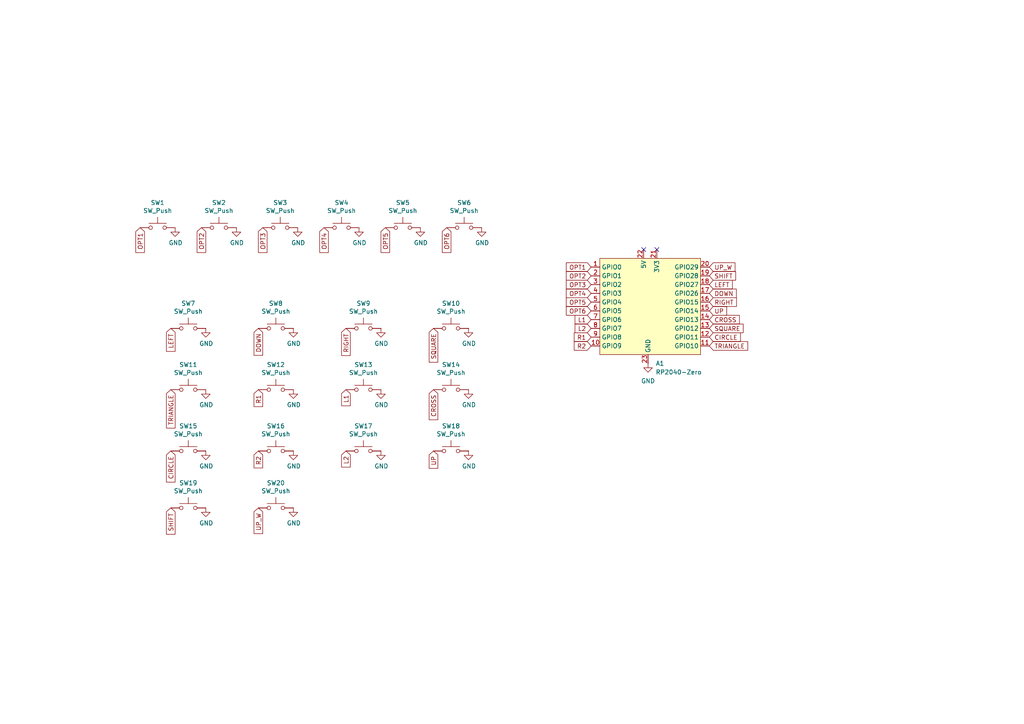
<source format=kicad_sch>
(kicad_sch (version 20231120) (generator "eeschema") (generator_version "8.0")
  (paper "A4")
  (lib_symbols
    (symbol "RP2040-Zero:RP2040-Zero"
      (property "Reference" "A" (at 0 1.27 0))
      (property "Value" "RP2040-Zero" (at 0 -1.27 0))
      (symbol "RP2040-Zero_0_1"
        (rectangle (start -13.97 12.7) (end 15.24 -15.24) (fill (type background)))
      )
      (symbol "RP2040-Zero_1_1"
        (pin bidirectional line (at -16.51 10.16 0) (length 2.54) (name "GPIO0") (number "1"))
        (pin bidirectional line (at -16.51 -12.7 0) (length 2.54) (name "GPIO9") (number "10"))
        (pin bidirectional line (at 17.78 -12.7 180) (length 2.54) (name "GPIO10") (number "11"))
        (pin bidirectional line (at 17.78 -10.16 180) (length 2.54) (name "GPIO11") (number "12"))
        (pin bidirectional line (at 17.78 -7.62 180) (length 2.54) (name "GPIO12") (number "13"))
        (pin bidirectional line (at 17.78 -5.08 180) (length 2.54) (name "GPIO13") (number "14"))
        (pin bidirectional line (at 17.78 -2.54 180) (length 2.54) (name "GPIO14") (number "15"))
        (pin bidirectional line (at 17.78 0 180) (length 2.54) (name "GPIO15") (number "16"))
        (pin bidirectional line (at 17.78 2.54 180) (length 2.54) (name "GPIO26") (number "17"))
        (pin bidirectional line (at 17.78 5.08 180) (length 2.54) (name "GPIO27") (number "18"))
        (pin bidirectional line (at 17.78 7.62 180) (length 2.54) (name "GPIO28") (number "19"))
        (pin bidirectional line (at -16.51 7.62 0) (length 2.54) (name "GPIO1") (number "2"))
        (pin bidirectional line (at 17.78 10.16 180) (length 2.54) (name "GPIO29") (number "20"))
        (pin power_out line (at 2.54 15.24 270) (length 2.54) (name "3V3") (number "21"))
        (pin power_in line (at -1.27 15.24 270) (length 2.54) (name "5V") (number "22"))
        (pin power_in line (at 0 -17.78 90) (length 2.54) (name "GND") (number "23"))
        (pin bidirectional line (at -16.51 5.08 0) (length 2.54) (name "GPIO2") (number "3"))
        (pin bidirectional line (at -16.51 2.54 0) (length 2.54) (name "GPIO3") (number "4"))
        (pin bidirectional line (at -16.51 0 0) (length 2.54) (name "GPIO4") (number "5"))
        (pin bidirectional line (at -16.51 -2.54 0) (length 2.54) (name "GPIO5") (number "6"))
        (pin bidirectional line (at -16.51 -5.08 0) (length 2.54) (name "GPIO6") (number "7"))
        (pin bidirectional line (at -16.51 -7.62 0) (length 2.54) (name "GPIO7") (number "8"))
        (pin bidirectional line (at -16.51 -10.16 0) (length 2.54) (name "GPIO8") (number "9"))
      )
    )
    (symbol "Switch:SW_Push" (pin_numbers hide) (pin_names (offset 1.016) hide)
      (property "Reference" "SW" (at 1.27 2.54 0))
      (property "Value" "SW_Push" (at 0 -1.524 0))
      (symbol "SW_Push_0_1"
        (circle (center -2.032 0) (radius 0.508))
        (polyline (pts (xy 0 1.27) (xy 0 3.048)))
        (polyline (pts (xy 2.54 1.27) (xy -2.54 1.27)))
        (circle (center 2.032 0) (radius 0.508))
        (pin passive line (at -5.08 0 0) (length 2.54) (name "1") (number "1"))
        (pin passive line (at 5.08 0 180) (length 2.54) (name "2") (number "2"))
      )
    )
    (symbol "power:GND" (power) (pin_numbers hide) (pin_names (offset 0) hide)
      (property "Value" "GND" (at 0 -3.81 0))
      (symbol "GND_0_1"
        (polyline (pts (xy 0 0) (xy 0 -1.27) (xy 1.27 -1.27) (xy 0 -2.54) (xy -1.27 -1.27) (xy 0 -1.27)))
      )
      (symbol "GND_1_1"
        (pin power_in line (at 0 0 270) (length 0) (name "~") (number "1"))
      )
    )
  )
  (no_connect (at 186.69 72.39))
  (no_connect (at 190.5 72.39))
  (global_label "UP" (shape input) (at 125.73 130.81 270) (property "Intersheetrefs" "${INTERSHEET_REFS}" (effects (hide yes))))
  (global_label "CIRCLE" (shape input) (at 49.53 130.81 270) (property "Intersheetrefs" "${INTERSHEET_REFS}" (effects (hide yes))))
  (global_label "LEFT" (shape input) (at 49.53 95.25 270) (property "Intersheetrefs" "${INTERSHEET_REFS}" (effects (hide yes))))
  (global_label "L1" (shape input) (at 100.33 113.03 270) (property "Intersheetrefs" "${INTERSHEET_REFS}" (effects (hide yes))))
  (global_label "OPT2" (shape input) (at 58.42 66.04 270) (property "Intersheetrefs" "${INTERSHEET_REFS}" (effects (hide yes))))
  (global_label "R2" (shape input) (at 171.45 100.33 180) (property "Intersheetrefs" "${INTERSHEET_REFS}" (effects (hide yes))))
  (global_label "LEFT" (shape input) (at 205.74 82.55 0) (property "Intersheetrefs" "${INTERSHEET_REFS}" (effects (hide yes))))
  (global_label "UP_W" (shape input) (at 205.74 77.47 0) (property "Intersheetrefs" "${INTERSHEET_REFS}" (effects (hide yes))))
  (global_label "L2" (shape input) (at 171.45 95.25 180) (property "Intersheetrefs" "${INTERSHEET_REFS}" (effects (hide yes))))
  (global_label "R2" (shape input) (at 74.93 130.81 270) (property "Intersheetrefs" "${INTERSHEET_REFS}" (effects (hide yes))))
  (global_label "OPT1" (shape input) (at 171.45 77.47 180) (property "Intersheetrefs" "${INTERSHEET_REFS}" (effects (hide yes))))
  (global_label "OPT5" (shape input) (at 171.45 87.63 180) (property "Intersheetrefs" "${INTERSHEET_REFS}" (effects (hide yes))))
  (global_label "DOWN" (shape input) (at 205.74 85.09 0) (property "Intersheetrefs" "${INTERSHEET_REFS}" (effects (hide yes))))
  (global_label "OPT5" (shape input) (at 111.76 66.04 270) (property "Intersheetrefs" "${INTERSHEET_REFS}" (effects (hide yes))))
  (global_label "RIGHT" (shape input) (at 100.33 95.25 270) (property "Intersheetrefs" "${INTERSHEET_REFS}" (effects (hide yes))))
  (global_label "CROSS" (shape input) (at 205.74 92.71 0) (property "Intersheetrefs" "${INTERSHEET_REFS}" (effects (hide yes))))
  (global_label "TRIANGLE" (shape input) (at 49.53 113.03 270) (property "Intersheetrefs" "${INTERSHEET_REFS}" (effects (hide yes))))
  (global_label "OPT4" (shape input) (at 171.45 85.09 180) (property "Intersheetrefs" "${INTERSHEET_REFS}" (effects (hide yes))))
  (global_label "SHIFT" (shape input) (at 205.74 80.01 0) (property "Intersheetrefs" "${INTERSHEET_REFS}" (effects (hide yes))))
  (global_label "OPT1" (shape input) (at 40.64 66.04 270) (property "Intersheetrefs" "${INTERSHEET_REFS}" (effects (hide yes))))
  (global_label "OPT3" (shape input) (at 76.2 66.04 270) (property "Intersheetrefs" "${INTERSHEET_REFS}" (effects (hide yes))))
  (global_label "SQUARE" (shape input) (at 205.74 95.25 0) (property "Intersheetrefs" "${INTERSHEET_REFS}" (effects (hide yes))))
  (global_label "RIGHT" (shape input) (at 205.74 87.63 0) (property "Intersheetrefs" "${INTERSHEET_REFS}" (effects (hide yes))))
  (global_label "TRIANGLE" (shape input) (at 205.74 100.33 0) (property "Intersheetrefs" "${INTERSHEET_REFS}" (effects (hide yes))))
  (global_label "R1" (shape input) (at 171.45 97.79 180) (property "Intersheetrefs" "${INTERSHEET_REFS}" (effects (hide yes))))
  (global_label "CIRCLE" (shape input) (at 205.74 97.79 0) (property "Intersheetrefs" "${INTERSHEET_REFS}" (effects (hide yes))))
  (global_label "OPT3" (shape input) (at 171.45 82.55 180) (property "Intersheetrefs" "${INTERSHEET_REFS}" (effects (hide yes))))
  (global_label "OPT6" (shape input) (at 171.45 90.17 180) (property "Intersheetrefs" "${INTERSHEET_REFS}" (effects (hide yes))))
  (global_label "SQUARE" (shape input) (at 125.73 95.25 270) (property "Intersheetrefs" "${INTERSHEET_REFS}" (effects (hide yes))))
  (global_label "UP_W" (shape input) (at 74.93 147.32 270) (property "Intersheetrefs" "${INTERSHEET_REFS}" (effects (hide yes))))
  (global_label "OPT6" (shape input) (at 129.54 66.04 270) (property "Intersheetrefs" "${INTERSHEET_REFS}" (effects (hide yes))))
  (global_label "SHIFT" (shape input) (at 49.53 147.32 270) (property "Intersheetrefs" "${INTERSHEET_REFS}" (effects (hide yes))))
  (global_label "CROSS" (shape input) (at 125.73 113.03 270) (property "Intersheetrefs" "${INTERSHEET_REFS}" (effects (hide yes))))
  (global_label "OPT4" (shape input) (at 93.98 66.04 270) (property "Intersheetrefs" "${INTERSHEET_REFS}" (effects (hide yes))))
  (global_label "L2" (shape input) (at 100.33 130.81 270) (property "Intersheetrefs" "${INTERSHEET_REFS}" (effects (hide yes))))
  (global_label "L1" (shape input) (at 171.45 92.71 180) (property "Intersheetrefs" "${INTERSHEET_REFS}" (effects (hide yes))))
  (global_label "OPT2" (shape input) (at 171.45 80.01 180) (property "Intersheetrefs" "${INTERSHEET_REFS}" (effects (hide yes))))
  (global_label "UP" (shape input) (at 205.74 90.17 0) (property "Intersheetrefs" "${INTERSHEET_REFS}" (effects (hide yes))))
  (global_label "R1" (shape input) (at 74.93 113.03 270) (property "Intersheetrefs" "${INTERSHEET_REFS}" (effects (hide yes))))
  (global_label "DOWN" (shape input) (at 74.93 95.25 270) (property "Intersheetrefs" "${INTERSHEET_REFS}" (effects (hide yes))))
  (symbol (lib_id "Switch:SW_Push") (at 45.72 66.04 0) (unit 1)
    (property "Reference" "SW1" (at 45.72 58.801 0))
    (property "Value" "SW_Push" (at 45.72 61.1124 0))
    (property "Footprint" "Button_Switch_THT:SW_PUSH_6mm_H5mm" (effects (hide yes)))
  )
  (symbol (lib_id "Switch:SW_Push") (at 63.5 66.04 0) (unit 1)
    (property "Reference" "SW2" (at 63.5 58.801 0))
    (property "Value" "SW_Push" (at 63.5 61.1124 0))
    (property "Footprint" "Button_Switch_THT:SW_PUSH_6mm_H5mm" (effects (hide yes)))
  )
  (symbol (lib_id "Switch:SW_Push") (at 81.28 66.04 0) (unit 1)
    (property "Reference" "SW3" (at 81.28 58.801 0))
    (property "Value" "SW_Push" (at 81.28 61.1124 0))
    (property "Footprint" "Button_Switch_THT:SW_PUSH_6mm_H5mm" (effects (hide yes)))
  )
  (symbol (lib_id "Switch:SW_Push") (at 99.06 66.04 0) (unit 1)
    (property "Reference" "SW4" (at 99.06 58.801 0))
    (property "Value" "SW_Push" (at 99.06 61.1124 0))
    (property "Footprint" "Button_Switch_THT:SW_PUSH_6mm_H5mm" (effects (hide yes)))
  )
  (symbol (lib_id "Switch:SW_Push") (at 116.84 66.04 0) (unit 1)
    (property "Reference" "SW5" (at 116.84 58.801 0))
    (property "Value" "SW_Push" (at 116.84 61.1124 0))
    (property "Footprint" "Button_Switch_THT:SW_PUSH_6mm_H5mm" (effects (hide yes)))
  )
  (symbol (lib_id "Switch:SW_Push") (at 134.62 66.04 0) (unit 1)
    (property "Reference" "SW6" (at 134.62 58.801 0))
    (property "Value" "SW_Push" (at 134.62 61.1124 0))
    (property "Footprint" "Button_Switch_THT:SW_PUSH_6mm_H5mm" (effects (hide yes)))
  )
  (symbol (lib_id "power:GND") (at 50.8 66.04 0) (unit 1)
    (property "Reference" "#PWR01" (effects (hide yes)))
    (property "Value" "GND" (at 50.927 70.4342 0))
  )
  (symbol (lib_id "power:GND") (at 68.58 66.04 0) (unit 1)
    (property "Reference" "#PWR02" (effects (hide yes)))
    (property "Value" "GND" (at 68.707 70.4342 0))
  )
  (symbol (lib_id "power:GND") (at 86.36 66.04 0) (unit 1)
    (property "Reference" "#PWR03" (effects (hide yes)))
    (property "Value" "GND" (at 86.487 70.4342 0))
  )
  (symbol (lib_id "power:GND") (at 104.14 66.04 0) (unit 1)
    (property "Reference" "#PWR04" (effects (hide yes)))
    (property "Value" "GND" (at 104.267 70.4342 0))
  )
  (symbol (lib_id "power:GND") (at 121.92 66.04 0) (unit 1)
    (property "Reference" "#PWR05" (effects (hide yes)))
    (property "Value" "GND" (at 122.047 70.4342 0))
  )
  (symbol (lib_id "power:GND") (at 139.7 66.04 0) (unit 1)
    (property "Reference" "#PWR06" (effects (hide yes)))
    (property "Value" "GND" (at 139.827 70.4342 0))
  )
  (symbol (lib_id "Switch:SW_Push") (at 54.61 95.25 0) (unit 1)
    (property "Reference" "SW7" (at 54.61 88.011 0))
    (property "Value" "SW_Push" (at 54.61 90.3224 0))
    (property "Footprint" "key-switches:SW_Gateron_LowProfile_HotSwap_THT" (effects (hide yes)))
  )
  (symbol (lib_id "Switch:SW_Push") (at 130.81 130.81 0) (unit 1)
    (property "Reference" "SW18" (at 130.81 123.571 0))
    (property "Value" "SW_Push" (at 130.81 125.8824 0))
    (property "Footprint" "key-switches:SW_Gateron_LowProfile_HotSwap_THT" (effects (hide yes)))
  )
  (symbol (lib_id "Switch:SW_Push") (at 80.01 113.03 0) (unit 1)
    (property "Reference" "SW12" (at 80.01 105.791 0))
    (property "Value" "SW_Push" (at 80.01 108.1024 0))
    (property "Footprint" "key-switches:SW_Gateron_LowProfile_HotSwap_THT" (effects (hide yes)))
  )
  (symbol (lib_id "Switch:SW_Push") (at 54.61 130.81 0) (unit 1)
    (property "Reference" "SW15" (at 54.61 123.571 0))
    (property "Value" "SW_Push" (at 54.61 125.8824 0))
    (property "Footprint" "key-switches:SW_Gateron_LowProfile_HotSwap_THT" (effects (hide yes)))
  )
  (symbol (lib_id "Switch:SW_Push") (at 80.01 95.25 0) (unit 1)
    (property "Reference" "SW8" (at 80.01 88.011 0))
    (property "Value" "SW_Push" (at 80.01 90.3224 0))
    (property "Footprint" "key-switches:SW_Gateron_LowProfile_HotSwap_THT" (effects (hide yes)))
  )
  (symbol (lib_id "Switch:SW_Push") (at 130.81 95.25 0) (unit 1)
    (property "Reference" "SW10" (at 130.81 88.011 0))
    (property "Value" "SW_Push" (at 130.81 90.3224 0))
    (property "Footprint" "key-switches:SW_Gateron_LowProfile_HotSwap_THT" (effects (hide yes)))
  )
  (symbol (lib_id "Switch:SW_Push") (at 105.41 113.03 0) (unit 1)
    (property "Reference" "SW13" (at 105.41 105.791 0))
    (property "Value" "SW_Push" (at 105.41 108.1024 0))
    (property "Footprint" "key-switches:SW_Gateron_LowProfile_HotSwap_THT" (effects (hide yes)))
  )
  (symbol (lib_id "Switch:SW_Push") (at 80.01 130.81 0) (unit 1)
    (property "Reference" "SW16" (at 80.01 123.571 0))
    (property "Value" "SW_Push" (at 80.01 125.8824 0))
    (property "Footprint" "key-switches:SW_Gateron_LowProfile_HotSwap_THT" (effects (hide yes)))
  )
  (symbol (lib_id "Switch:SW_Push") (at 105.41 95.25 0) (unit 1)
    (property "Reference" "SW9" (at 105.41 88.011 0))
    (property "Value" "SW_Push" (at 105.41 90.3224 0))
    (property "Footprint" "key-switches:SW_Gateron_LowProfile_HotSwap_THT" (effects (hide yes)))
  )
  (symbol (lib_id "Switch:SW_Push") (at 54.61 113.03 0) (unit 1)
    (property "Reference" "SW11" (at 54.61 105.791 0))
    (property "Value" "SW_Push" (at 54.61 108.1024 0))
    (property "Footprint" "key-switches:SW_Gateron_LowProfile_HotSwap_THT" (effects (hide yes)))
  )
  (symbol (lib_id "Switch:SW_Push") (at 130.81 113.03 0) (unit 1)
    (property "Reference" "SW14" (at 130.81 105.791 0))
    (property "Value" "SW_Push" (at 130.81 108.1024 0))
    (property "Footprint" "key-switches:SW_Gateron_LowProfile_HotSwap_THT" (effects (hide yes)))
  )
  (symbol (lib_id "Switch:SW_Push") (at 105.41 130.81 0) (unit 1)
    (property "Reference" "SW17" (at 105.41 123.571 0))
    (property "Value" "SW_Push" (at 105.41 125.8824 0))
    (property "Footprint" "key-switches:SW_Gateron_LowProfile_HotSwap_THT" (effects (hide yes)))
  )
  (symbol (lib_id "power:GND") (at 59.69 95.25 0) (unit 1)
    (property "Reference" "#PWR07" (effects (hide yes)))
    (property "Value" "GND" (at 59.817 99.6442 0))
  )
  (symbol (lib_id "power:GND") (at 135.89 130.81 0) (unit 1)
    (property "Reference" "#PWR018" (effects (hide yes)))
    (property "Value" "GND" (at 136.017 135.2042 0))
  )
  (symbol (lib_id "power:GND") (at 85.09 113.03 0) (unit 1)
    (property "Reference" "#PWR012" (effects (hide yes)))
    (property "Value" "GND" (at 85.217 117.4242 0))
  )
  (symbol (lib_id "power:GND") (at 59.69 130.81 0) (unit 1)
    (property "Reference" "#PWR015" (effects (hide yes)))
    (property "Value" "GND" (at 59.817 135.2042 0))
  )
  (symbol (lib_id "power:GND") (at 85.09 95.25 0) (unit 1)
    (property "Reference" "#PWR08" (effects (hide yes)))
    (property "Value" "GND" (at 85.217 99.6442 0))
  )
  (symbol (lib_id "power:GND") (at 135.89 95.25 0) (unit 1)
    (property "Reference" "#PWR010" (effects (hide yes)))
    (property "Value" "GND" (at 136.017 99.6442 0))
  )
  (symbol (lib_id "power:GND") (at 110.49 113.03 0) (unit 1)
    (property "Reference" "#PWR013" (effects (hide yes)))
    (property "Value" "GND" (at 110.617 117.4242 0))
  )
  (symbol (lib_id "power:GND") (at 85.09 130.81 0) (unit 1)
    (property "Reference" "#PWR016" (effects (hide yes)))
    (property "Value" "GND" (at 85.217 135.2042 0))
  )
  (symbol (lib_id "power:GND") (at 110.49 130.81 0) (unit 1)
    (property "Reference" "#PWR017" (effects (hide yes)))
    (property "Value" "GND" (at 110.617 135.2042 0))
  )
  (symbol (lib_id "power:GND") (at 135.89 113.03 0) (unit 1)
    (property "Reference" "#PWR014" (effects (hide yes)))
    (property "Value" "GND" (at 136.017 117.4242 0))
  )
  (symbol (lib_id "power:GND") (at 59.69 113.03 0) (unit 1)
    (property "Reference" "#PWR011" (effects (hide yes)))
    (property "Value" "GND" (at 59.817 117.4242 0))
  )
  (symbol (lib_id "power:GND") (at 110.49 95.25 0) (unit 1)
    (property "Reference" "#PWR09" (effects (hide yes)))
    (property "Value" "GND" (at 110.617 99.6442 0))
  )
  (symbol (lib_id "power:GND") (at 187.96 105.41 0) (unit 1)
    (property "Reference" "#PWR019" (effects (hide yes)))
    (property "Value" "GND" (at 187.96 110.49 0))
    (property "Description" "Power symbol creates a global label with name \"GND\" , ground" (effects (hide yes)))
  )
  (symbol (lib_id "power:GND") (at 59.69 147.32 0) (unit 1)
    (property "Reference" "#PWR020" (effects (hide yes)))
    (property "Value" "GND" (at 59.817 151.7142 0))
  )
  (symbol (lib_id "RP2040-Zero:RP2040-Zero") (at 187.96 87.63 0) (unit 1)
    (property "Reference" "A1" (at 190.1541 105.41 0) (effects (justify left)))
    (property "Value" "RP2040-Zero" (at 190.1541 107.95 0) (effects (justify left)))
    (property "Footprint" "RP2040-Zero:RP2040-Zero" (effects (hide yes)))
  )
  (symbol (lib_id "power:GND") (at 85.09 147.32 0) (unit 1)
    (property "Reference" "#PWR021" (effects (hide yes)))
    (property "Value" "GND" (at 85.217 151.7142 0))
  )
  (symbol (lib_id "Switch:SW_Push") (at 54.61 147.32 0) (unit 1)
    (property "Reference" "SW19" (at 54.61 140.081 0))
    (property "Value" "SW_Push" (at 54.61 142.3924 0))
    (property "Footprint" "key-switches:SW_Gateron_LowProfile_HotSwap_THT" (effects (hide yes)))
  )
  (symbol (lib_id "Switch:SW_Push") (at 80.01 147.32 0) (unit 1)
    (property "Reference" "SW20" (at 80.01 140.081 0))
    (property "Value" "SW_Push" (at 80.01 142.3924 0))
    (property "Footprint" "key-switches:SW_Gateron_LowProfile_HotSwap_THT" (effects (hide yes)))
  )
)
</source>
